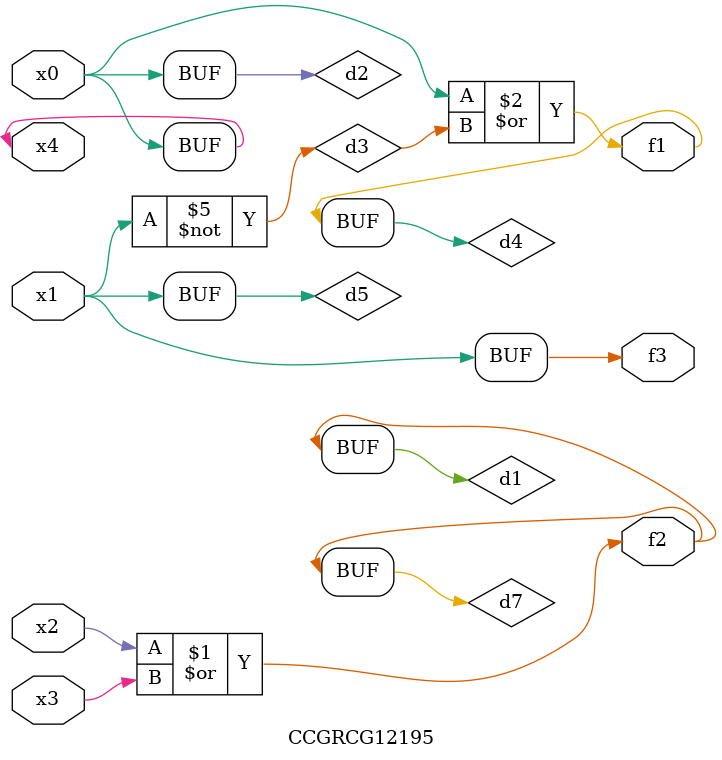
<source format=v>
module CCGRCG12195(
	input x0, x1, x2, x3, x4,
	output f1, f2, f3
);

	wire d1, d2, d3, d4, d5, d6, d7;

	or (d1, x2, x3);
	buf (d2, x0, x4);
	not (d3, x1);
	or (d4, d2, d3);
	not (d5, d3);
	nand (d6, d1, d3);
	or (d7, d1);
	assign f1 = d4;
	assign f2 = d7;
	assign f3 = d5;
endmodule

</source>
